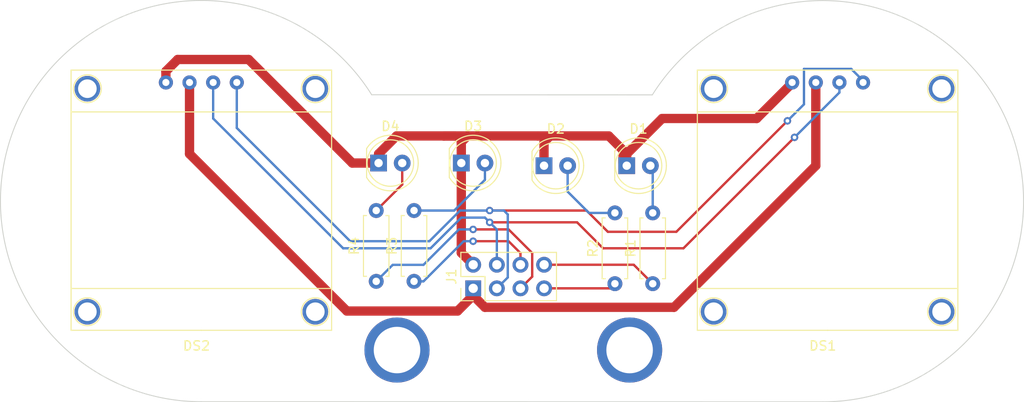
<source format=kicad_pcb>
(kicad_pcb (version 20211014) (generator pcbnew)
  (layers (0 "F.Cu" signal) (31 "B.Cu" signal) (34 "B.Paste" user) (35 "F.Paste" user) (36 "B.SilkS" user "B.Silkscreen") (37 "F.SilkS" user "F.Silkscreen") (38 "B.Mask" user) (39 "F.Mask" user) (44 "Edge.Cuts" user))
  (net 0 "")
  (net 1 "GND")
  (net 2 "+5V")
  (net 3 "SCL")
  (net 4 "SDA")
  (net 5 "Net-(D1-Pad2)")
  (net 6 "Net-(D2-Pad2)")
  (net 7 "Net-(D3-Pad2)")
  (net 8 "Net-(D4-Pad2)")
  (net 9 "Net-(J1-Pad5)")
  (net 10 "Net-(J1-Pad6)")
  (net 11 "Net-(J1-Pad7)")
  (net 12 "Net-(J1-Pad8)")
  (footprint "Resistor_THT:R_Axial_DIN0207_L6.3mm_D2.5mm_P7.62mm_Horizontal" (layer "F.Cu") (at 36.83 22.606 90)
    (fp_text reference "R3" (at 3.81 -2.37 90) (layer "F.SilkS"))
    (fp_text value "470")
    (fp_line (start 7.08 1.37) (end 7.08 1.04) (layer "F.SilkS") (width 0.12))
    (fp_line (start 0.54 1.37) (end 7.08 1.37) (layer "F.SilkS") (width 0.12))
    (fp_line (start 7.08 -1.37) (end 7.08 -1.04) (layer "F.SilkS") (width 0.12))
    (fp_line (start 0.54 -1.04) (end 0.54 -1.37) (layer "F.SilkS") (width 0.12))
    (fp_line (start 0.54 -1.37) (end 7.08 -1.37) (layer "F.SilkS") (width 0.12))
    (fp_line (start 0.54 1.04) (end 0.54 1.37) (layer "F.SilkS") (width 0.12))
    (pad "1" thru_hole circle (at 0 0 90) (size 1.6 1.6) (drill 0.8) (layers *.Cu *.Mask) (net 10 "Net-(J1-Pad6)"))
    (pad "2" thru_hole oval (at 7.62 0 90) (size 1.6 1.6) (drill 0.8) (layers *.Cu *.Mask) (net 7 "Net-(D3-Pad2)"))
  )
  (footprint "LED_THT:LED_D5.0mm" (layer "F.Cu") (at 41.91 9.875)
    (fp_text reference "D3" (at 1.27 -3.96) (layer "F.SilkS"))
    (fp_text value "LED")
    (fp_line (start -1.29 -1.545) (end -1.29 1.545) (layer "F.SilkS") (width 0.12))
    (fp_arc (start 4.26 -0.000462) (mid 2.072002 2.880433) (end -1.29 1.54483) (layer "F.SilkS") (width 0.12))
    (fp_arc (start -1.29 -1.54483) (mid 2.072002 -2.880433) (end 4.26 0.000462) (layer "F.SilkS") (width 0.12))
    (fp_circle (center 1.27 0) (end 3.77 0) (layer "F.SilkS") (width 0.12) (fill none))
    (pad "1" thru_hole rect (at 0 0) (size 1.8 1.8) (drill 0.9) (layers *.Cu *.Mask) (net 1 "GND"))
    (pad "2" thru_hole circle (at 2.54 0) (size 1.8 1.8) (drill 0.9) (layers *.Cu *.Mask) (net 7 "Net-(D3-Pad2)"))
  )
  (footprint "LED_THT:LED_D5.0mm" (layer "F.Cu") (at 59.69 10.16)
    (fp_text reference "D1" (at 1.27 -3.96) (layer "F.SilkS"))
    (fp_text value "LED")
    (fp_line (start -1.29 -1.545) (end -1.29 1.545) (layer "F.SilkS") (width 0.12))
    (fp_arc (start 4.26 -0.000462) (mid 2.072002 2.880433) (end -1.29 1.54483) (layer "F.SilkS") (width 0.12))
    (fp_arc (start -1.29 -1.54483) (mid 2.072002 -2.880433) (end 4.26 0.000462) (layer "F.SilkS") (width 0.12))
    (fp_circle (center 1.27 0) (end 3.77 0) (layer "F.SilkS") (width 0.12) (fill none))
    (pad "1" thru_hole rect (at 0 0) (size 1.8 1.8) (drill 0.9) (layers *.Cu *.Mask) (net 1 "GND"))
    (pad "2" thru_hole circle (at 2.54 0) (size 1.8 1.8) (drill 0.9) (layers *.Cu *.Mask) (net 5 "Net-(D1-Pad2)"))
  )
  (footprint "Connector_PinHeader_2.54mm:PinHeader_2x04_P2.54mm_Vertical" (layer "F.Cu") (at 43.19 23.36 90)
    (fp_text reference "J1" (at 1.27 -2.33 90) (layer "F.SilkS"))
    (fp_text value "Conn_02x04_Counter_Clockwise")
    (fp_line (start 1.27 -1.33) (end 3.87 -1.33) (layer "F.SilkS") (width 0.12))
    (fp_line (start 1.27 1.27) (end 1.27 -1.33) (layer "F.SilkS") (width 0.12))
    (fp_line (start -1.33 1.27) (end -1.33 8.95) (layer "F.SilkS") (width 0.12))
    (fp_line (start -1.33 8.95) (end 3.87 8.95) (layer "F.SilkS") (width 0.12))
    (fp_line (start -1.33 -1.33) (end 0 -1.33) (layer "F.SilkS") (width 0.12))
    (fp_line (start 3.87 -1.33) (end 3.87 8.95) (layer "F.SilkS") (width 0.12))
    (fp_line (start -1.33 0) (end -1.33 -1.33) (layer "F.SilkS") (width 0.12))
    (fp_line (start -1.33 1.27) (end 1.27 1.27) (layer "F.SilkS") (width 0.12))
    (pad "1" thru_hole rect (at 0 0 90) (size 1.7 1.7) (drill 1) (layers *.Cu *.Mask) (net 2 "+5V"))
    (pad "2" thru_hole oval (at 2.54 0 90) (size 1.7 1.7) (drill 1) (layers *.Cu *.Mask) (net 1 "GND"))
    (pad "3" thru_hole oval (at 0 2.54 90) (size 1.7 1.7) (drill 1) (layers *.Cu *.Mask) (net 4 "SDA"))
    (pad "4" thru_hole oval (at 2.54 2.54 90) (size 1.7 1.7) (drill 1) (layers *.Cu *.Mask) (net 3 "SCL"))
    (pad "5" thru_hole oval (at 0 5.08 90) (size 1.7 1.7) (drill 1) (layers *.Cu *.Mask) (net 9 "Net-(J1-Pad5)"))
    (pad "6" thru_hole oval (at 2.54 5.08 90) (size 1.7 1.7) (drill 1) (layers *.Cu *.Mask) (net 10 "Net-(J1-Pad6)"))
    (pad "7" thru_hole oval (at 0 7.62 90) (size 1.7 1.7) (drill 1) (layers *.Cu *.Mask) (net 11 "Net-(J1-Pad7)"))
    (pad "8" thru_hole oval (at 2.54 7.62 90) (size 1.7 1.7) (drill 1) (layers *.Cu *.Mask) (net 12 "Net-(J1-Pad8)"))
  )
  (footprint "Resistor_THT:R_Axial_DIN0207_L6.3mm_D2.5mm_P7.62mm_Horizontal" (layer "F.Cu") (at 62.484 22.86 90)
    (fp_text reference "R1" (at 3.81 -2.37 90) (layer "F.SilkS"))
    (fp_text value "470")
    (fp_line (start 0.54 -1.04) (end 0.54 -1.37) (layer "F.SilkS") (width 0.12))
    (fp_line (start 7.08 -1.37) (end 7.08 -1.04) (layer "F.SilkS") (width 0.12))
    (fp_line (start 7.08 1.37) (end 7.08 1.04) (layer "F.SilkS") (width 0.12))
    (fp_line (start 0.54 1.37) (end 7.08 1.37) (layer "F.SilkS") (width 0.12))
    (fp_line (start 0.54 1.04) (end 0.54 1.37) (layer "F.SilkS") (width 0.12))
    (fp_line (start 0.54 -1.37) (end 7.08 -1.37) (layer "F.SilkS") (width 0.12))
    (pad "1" thru_hole circle (at 0 0 90) (size 1.6 1.6) (drill 0.8) (layers *.Cu *.Mask) (net 12 "Net-(J1-Pad8)"))
    (pad "2" thru_hole oval (at 7.62 0 90) (size 1.6 1.6) (drill 0.8) (layers *.Cu *.Mask) (net 5 "Net-(D1-Pad2)"))
  )
  (footprint "LED_THT:LED_D5.0mm" (layer "F.Cu") (at 50.8 10.16)
    (fp_text reference "D2" (at 1.27 -3.96) (layer "F.SilkS"))
    (fp_text value "LED")
    (fp_line (start -1.29 -1.545) (end -1.29 1.545) (layer "F.SilkS") (width 0.12))
    (fp_arc (start -1.29 -1.54483) (mid 2.072002 -2.880433) (end 4.26 0.000462) (layer "F.SilkS") (width 0.12))
    (fp_arc (start 4.26 -0.000462) (mid 2.072002 2.880433) (end -1.29 1.54483) (layer "F.SilkS") (width 0.12))
    (fp_circle (center 1.27 0) (end 3.77 0) (layer "F.SilkS") (width 0.12) (fill none))
    (pad "1" thru_hole rect (at 0 0) (size 1.8 1.8) (drill 0.9) (layers *.Cu *.Mask) (net 1 "GND"))
    (pad "2" thru_hole circle (at 2.54 0) (size 1.8 1.8) (drill 0.9) (layers *.Cu *.Mask) (net 6 "Net-(D2-Pad2)"))
  )
  (footprint "Display:OLED__module_128x64" (layer "F.Cu") (at 13.97 27.875)
    (fp_text reference "DS2" (at -0.52 1.67 180) (layer "F.SilkS"))
    (fp_text value "OLED_module_128x64-Display_Graphic")
    (fp_line (start 0 0) (end -14 0) (layer "F.SilkS") (width 0.12))
    (fp_line (start -14 -23.5) (end 14 -23.5) (layer "F.SilkS") (width 0.12))
    (fp_line (start 14 -28) (end 14 0) (layer "F.SilkS") (width 0.12))
    (fp_line (start 14 0) (end 0 0) (layer "F.SilkS") (width 0.12))
    (fp_line (start -14 0) (end -14 -28) (layer "F.SilkS") (width 0.12))
    (fp_line (start 14 -4.5) (end -14 -4.5) (layer "F.SilkS") (width 0.12))
    (fp_line (start -14 -28) (end 14 -28) (layer "F.SilkS") (width 0.12))
    (fp_circle (center -12.25 -2) (end -10.75 -2) (layer "F.SilkS") (width 0.12) (fill none))
    (fp_circle (center 12.25 -2) (end 13.75 -2) (layer "F.SilkS") (width 0.12) (fill none))
    (fp_circle (center 12.25 -26) (end 13.75 -26) (layer "F.SilkS") (width 0.12) (fill none))
    (fp_circle (center -12.25 -26) (end -10.75 -26) (layer "F.SilkS") (width 0.12) (fill none))
    (pad "" thru_hole circle (at -12.25 -2) (size 2.75 2.75) (drill 2) (layers *.Cu *.Mask))
    (pad "" thru_hole circle (at 12.25 -26) (size 2.75 2.75) (drill 2) (layers *.Cu *.Mask))
    (pad "" thru_hole circle (at 12.25 -2) (size 2.75 2.75) (drill 2) (layers *.Cu *.Mask))
    (pad "" thru_hole circle (at -12.25 -26) (size 2.75 2.75) (drill 2) (layers *.Cu *.Mask))
    (pad "1" thru_hole circle (at -3.81 -26.67) (size 1.524 1.524) (drill 0.762) (layers *.Cu *.Mask) (net 1 "GND"))
    (pad "2" thru_hole circle (at -1.27 -26.67) (size 1.524 1.524) (drill 0.762) (layers *.Cu *.Mask) (net 2 "+5V"))
    (pad "3" thru_hole circle (at 1.27 -26.67) (size 1.524 1.524) (drill 0.762) (layers *.Cu *.Mask) (net 3 "SCL"))
    (pad "4" thru_hole circle (at 3.81 -26.67) (size 1.524 1.524) (drill 0.762) (layers *.Cu *.Mask) (net 4 "SDA"))
  )
  (footprint "Resistor_THT:R_Axial_DIN0207_L6.3mm_D2.5mm_P7.62mm_Horizontal" (layer "F.Cu") (at 32.766 22.606 90)
    (fp_text reference "R4" (at 3.81 -2.37 90) (layer "F.SilkS"))
    (fp_text value "470")
    (fp_line (start 7.08 -1.37) (end 7.08 -1.04) (layer "F.SilkS") (width 0.12))
    (fp_line (start 7.08 1.37) (end 7.08 1.04) (layer "F.SilkS") (width 0.12))
    (fp_line (start 0.54 -1.37) (end 7.08 -1.37) (layer "F.SilkS") (width 0.12))
    (fp_line (start 0.54 1.37) (end 7.08 1.37) (layer "F.SilkS") (width 0.12))
    (fp_line (start 0.54 1.04) (end 0.54 1.37) (layer "F.SilkS") (width 0.12))
    (fp_line (start 0.54 -1.04) (end 0.54 -1.37) (layer "F.SilkS") (width 0.12))
    (pad "1" thru_hole circle (at 0 0 90) (size 1.6 1.6) (drill 0.8) (layers *.Cu *.Mask) (net 9 "Net-(J1-Pad5)"))
    (pad "2" thru_hole oval (at 7.62 0 90) (size 1.6 1.6) (drill 0.8) (layers *.Cu *.Mask) (net 8 "Net-(D4-Pad2)"))
  )
  (footprint "Resistor_THT:R_Axial_DIN0207_L6.3mm_D2.5mm_P7.62mm_Horizontal" (layer "F.Cu") (at 58.42 22.86 90)
    (fp_text reference "R2" (at 3.81 -2.37 90) (layer "F.SilkS"))
    (fp_text value "470")
    (fp_line (start 7.08 1.37) (end 7.08 1.04) (layer "F.SilkS") (width 0.12))
    (fp_line (start 0.54 1.37) (end 7.08 1.37) (layer "F.SilkS") (width 0.12))
    (fp_line (start 0.54 -1.04) (end 0.54 -1.37) (layer "F.SilkS") (width 0.12))
    (fp_line (start 7.08 -1.37) (end 7.08 -1.04) (layer "F.SilkS") (width 0.12))
    (fp_line (start 0.54 1.04) (end 0.54 1.37) (layer "F.SilkS") (width 0.12))
    (fp_line (start 0.54 -1.37) (end 7.08 -1.37) (layer "F.SilkS") (width 0.12))
    (pad "1" thru_hole circle (at 0 0 90) (size 1.6 1.6) (drill 0.8) (layers *.Cu *.Mask) (net 11 "Net-(J1-Pad7)"))
    (pad "2" thru_hole oval (at 7.62 0 90) (size 1.6 1.6) (drill 0.8) (layers *.Cu *.Mask) (net 6 "Net-(D2-Pad2)"))
  )
  (footprint "Display:OLED__module_128x64" (layer "F.Cu") (at 81.28 27.875)
    (fp_text reference "DS1" (at -0.52 1.67 180) (layer "F.SilkS"))
    (fp_text value "OLED_module_128x64-Display_Graphic")
    (fp_line (start 0 0) (end -14 0) (layer "F.SilkS") (width 0.12))
    (fp_line (start 14 -28) (end 14 0) (layer "F.SilkS") (width 0.12))
    (fp_line (start -14 -28) (end 14 -28) (layer "F.SilkS") (width 0.12))
    (fp_line (start -14 -23.5) (end 14 -23.5) (layer "F.SilkS") (width 0.12))
    (fp_line (start 14 -4.5) (end -14 -4.5) (layer "F.SilkS") (width 0.12))
    (fp_line (start 14 0) (end 0 0) (layer "F.SilkS") (width 0.12))
    (fp_line (start -14 0) (end -14 -28) (layer "F.SilkS") (width 0.12))
    (fp_circle (center 12.25 -26) (end 13.75 -26) (layer "F.SilkS") (width 0.12) (fill none))
    (fp_circle (center -12.25 -2) (end -10.75 -2) (layer "F.SilkS") (width 0.12) (fill none))
    (fp_circle (center 12.25 -2) (end 13.75 -2) (layer "F.SilkS") (width 0.12) (fill none))
    (fp_circle (center -12.25 -26) (end -10.75 -26) (layer "F.SilkS") (width 0.12) (fill none))
    (pad "" thru_hole circle (at -12.25 -26) (size 2.75 2.75) (drill 2) (layers *.Cu *.Mask))
    (pad "" thru_hole circle (at 12.25 -26) (size 2.75 2.75) (drill 2) (layers *.Cu *.Mask))
    (pad "" thru_hole circle (at 12.25 -2) (size 2.75 2.75) (drill 2) (layers *.Cu *.Mask))
    (pad "" thru_hole circle (at -12.25 -2) (size 2.75 2.75) (drill 2) (layers *.Cu *.Mask))
    (pad "1" thru_hole circle (at -3.81 -26.67) (size 1.524 1.524) (drill 0.762) (layers *.Cu *.Mask) (net 1 "GND"))
    (pad "2" thru_hole circle (at -1.27 -26.67) (size 1.524 1.524) (drill 0.762) (layers *.Cu *.Mask) (net 2 "+5V"))
    (pad "3" thru_hole circle (at 1.27 -26.67) (size 1.524 1.524) (drill 0.762) (layers *.Cu *.Mask) (net 3 "SCL"))
    (pad "4" thru_hole circle (at 3.81 -26.67) (size 1.524 1.524) (drill 0.762) (layers *.Cu *.Mask) (net 4 "SDA"))
  )
  (footprint "LED_THT:LED_D5.0mm" (layer "F.Cu") (at 33.02 9.875)
    (fp_text reference "D4" (at 1.27 -3.96) (layer "F.SilkS"))
    (fp_text value "LED")
    (fp_line (start -1.29 -1.545) (end -1.29 1.545) (layer "F.SilkS") (width 0.12))
    (fp_arc (start 4.26 -0.000462) (mid 2.072002 2.880433) (end -1.29 1.54483) (layer "F.SilkS") (width 0.12))
    (fp_arc (start -1.29 -1.54483) (mid 2.072002 -2.880433) (end 4.26 0.000462) (layer "F.SilkS") (width 0.12))
    (fp_circle (center 1.27 0) (end 3.77 0) (layer "F.SilkS") (width 0.12) (fill none))
    (pad "1" thru_hole rect (at 0 0) (size 1.8 1.8) (drill 0.9) (layers *.Cu *.Mask) (net 1 "GND"))
    (pad "2" thru_hole circle (at 2.54 0) (size 1.8 1.8) (drill 0.9) (layers *.Cu *.Mask) (net 8 "Net-(D4-Pad2)"))
  )
  (gr_arc (start 13.97 35.56) (mid -4.913531 3.503847) (end 32.278283 2.527323) (layer "Edge.Cuts") (width 0.1))
  (gr_line (start 32.278283 2.527323) (end 62.443434 2.54) (layer "Edge.Cuts") (width 0.1))
  (gr_line (start 13.97 35.56) (end 80.751717 35.572677) (layer "Edge.Cuts") (width 0.1))
  (gr_arc (start 62.443434 2.54) (mid 99.635248 3.516525) (end 80.751717 35.572677) (layer "Edge.Cuts") (width 0.1))
  (via (at 35 30) (size 7) (drill 5) (layers "F.Cu" "B.Cu") (net 0))
  (via (at 60 30) (size 7) (drill 5) (layers "F.Cu" "B.Cu") (net 0))
  (segment (start 41.91 19.54) (end 41.91 9.875) (width 1) (layer "F.Cu") (net 1))
  (segment (start 34.95 6.96) (end 33.02 8.89) (width 1) (layer "F.Cu") (net 1))
  (segment (start 10.16 0) (end 10.16 1.27) (width 1) (layer "F.Cu") (net 1))
  (segment (start 59.69 8.89) (end 59.69 10.16) (width 1) (layer "F.Cu") (net 1))
  (segment (start 41.3 6.96) (end 40.03 6.96) (width 1) (layer "F.Cu") (net 1))
  (segment (start 30.195 9.875) (end 19.05 -1.27) (width 1) (layer "F.Cu") (net 1))
  (segment (start 41.25 6.96) (end 42.57 6.96) (width 1) (layer "F.Cu") (net 1))
  (segment (start 19.05 -1.27) (end 11.43 -1.27) (width 1) (layer "F.Cu") (net 1))
  (segment (start 59.3 9.875) (end 59.3 9.28) (width 1) (layer "F.Cu") (net 1))
  (segment (start 59.3 8.5) (end 57.76 6.96) (width 1) (layer "F.Cu") (net 1))
  (segment (start 33.02 9.875) (end 30.195 9.875) (width 1) (layer "F.Cu") (net 1))
  (segment (start 43.19 20.82) (end 41.91 19.54) (width 1) (layer "F.Cu") (net 1))
  (segment (start 42.57 6.96) (end 50.14 6.96) (width 1) (layer "F.Cu") (net 1))
  (segment (start 50.8 7.62) (end 51.46 6.96) (width 1) (layer "F.Cu") (net 1))
  (segment (start 11.43 -1.27) (end 10.16 0) (width 1) (layer "F.Cu") (net 1))
  (segment (start 50.8 10.16) (end 50.8 7.62) (width 1) (layer "F.Cu") (net 1))
  (segment (start 41.91 7.62) (end 42.57 6.96) (width 1) (layer "F.Cu") (net 1))
  (segment (start 40.03 6.96) (end 41.25 6.96) (width 1) (layer "F.Cu") (net 1))
  (segment (start 51.46 6.96) (end 57.76 6.96) (width 1) (layer "F.Cu") (net 1))
  (segment (start 73.66 5.08) (end 77.47 1.27) (width 1) (layer "F.Cu") (net 1))
  (segment (start 50.14 6.96) (end 51.46 6.96) (width 1) (layer "F.Cu") (net 1))
  (segment (start 59.3 9.28) (end 63.5 5.08) (width 1) (layer "F.Cu") (net 1))
  (segment (start 40.03 6.96) (end 34.95 6.96) (width 1) (layer "F.Cu") (net 1))
  (segment (start 59.3 9.875) (end 59.3 8.5) (width 1) (layer "F.Cu") (net 1))
  (segment (start 41.91 9.875) (end 41.91 7.62) (width 1) (layer "F.Cu") (net 1))
  (segment (start 33.02 8.89) (end 33.02 10.16) (width 1) (layer "F.Cu") (net 1))
  (segment (start 63.5 5.08) (end 73.66 5.08) (width 1) (layer "F.Cu") (net 1))
  (segment (start 43.19 24.12) (end 41.509511 25.800489) (width 1) (layer "F.Cu") (net 2))
  (segment (start 43.19 23.36) (end 43.19 24.14) (width 1) (layer "F.Cu") (net 2))
  (segment (start 29.610489 25.800489) (end 12.7 8.89) (width 1) (layer "F.Cu") (net 2))
  (segment (start 12.7 8.89) (end 12.7 1.27) (width 1) (layer "F.Cu") (net 2))
  (segment (start 64.77 25.4) (end 80.01 10.16) (width 1) (layer "F.Cu") (net 2))
  (segment (start 43.19 23.36) (end 43.19 24.12) (width 1) (layer "F.Cu") (net 2))
  (segment (start 43.19 24.14) (end 44.45 25.4) (width 1) (layer "F.Cu") (net 2))
  (segment (start 80.01 10.16) (end 80.01 1.27) (width 1) (layer "F.Cu") (net 2))
  (segment (start 41.509511 25.800489) (end 29.610489 25.800489) (width 1) (layer "F.Cu") (net 2))
  (segment (start 44.45 25.4) (end 64.77 25.4) (width 1) (layer "F.Cu") (net 2))
  (segment (start 57.15 19.05) (end 65.786 19.05) (width 0.25) (layer "F.Cu") (net 3))
  (segment (start 44.958 16.256) (end 54.356 16.256) (width 0.25) (layer "F.Cu") (net 3))
  (segment (start 54.356 16.256) (end 57.15 19.05) (width 0.25) (layer "F.Cu") (net 3))
  (segment (start 65.786 19.05) (end 71.882 12.954) (width 0.25) (layer "F.Cu") (net 3))
  (segment (start 71.882 12.954) (end 77.724 7.112) (width 0.25) (layer "F.Cu") (net 3))
  (via (at 77.724 7.112) (size 0.8) (drill 0.4) (layers "F.Cu" "B.Cu") (net 3))
  (via (at 44.958 16.256) (size 0.8) (drill 0.4) (layers "F.Cu" "B.Cu") (net 3))
  (segment (start 29.21 19.05) (end 38.608 19.05) (width 0.25) (layer "B.Cu") (net 3))
  (segment (start 45.73 17.028) (end 45.73 20.82) (width 0.25) (layer "B.Cu") (net 3))
  (segment (start 44.45 15.748) (end 44.958 16.256) (width 0.25) (layer "B.Cu") (net 3))
  (segment (start 15.24 5.08) (end 29.21 19.05) (width 0.25) (layer "B.Cu") (net 3))
  (segment (start 38.608 19.05) (end 41.91 15.748) (width 0.25) (layer "B.Cu") (net 3))
  (segment (start 77.724 7.112) (end 82.55 2.286) (width 0.25) (layer "B.Cu") (net 3))
  (segment (start 82.55 2.286) (end 82.55 1.27) (width 0.25) (layer "B.Cu") (net 3))
  (segment (start 44.958 16.256) (end 45.73 17.028) (width 0.25) (layer "B.Cu") (net 3))
  (segment (start 41.91 15.748) (end 44.45 15.748) (width 0.25) (layer "B.Cu") (net 3))
  (segment (start 15.24 1.27) (end 15.24 5.08) (width 0.25) (layer "B.Cu") (net 3))
  (segment (start 44.958 14.986) (end 55.372 14.986) (width 0.25) (layer "F.Cu") (net 4))
  (segment (start 55.372 14.986) (end 57.658 17.272) (width 0.25) (layer "F.Cu") (net 4))
  (segment (start 57.658 17.272) (end 65.024 17.272) (width 0.25) (layer "F.Cu") (net 4))
  (segment (start 65.024 17.272) (end 76.962 5.334) (width 0.25) (layer "F.Cu") (net 4))
  (via (at 44.958 14.986) (size 0.8) (drill 0.4) (layers "F.Cu" "B.Cu") (net 4))
  (via (at 76.962 5.334) (size 0.8) (drill 0.4) (layers "F.Cu" "B.Cu") (net 4))
  (segment (start 45.73 23.36) (end 46.904511 22.185489) (width 0.25) (layer "B.Cu") (net 4))
  (segment (start 78.74 -0.254) (end 83.82 -0.254) (width 0.25) (layer "B.Cu") (net 4))
  (segment (start 38.481718 18.288) (end 29.972 18.288) (width 0.25) (layer "B.Cu") (net 4))
  (segment (start 46.482 14.986) (end 44.958 14.986) (width 0.25) (layer "B.Cu") (net 4))
  (segment (start 46.904511 22.185489) (end 46.904511 15.408511) (width 0.25) (layer "B.Cu") (net 4))
  (segment (start 17.78 6.096) (end 17.78 1.27) (width 0.25) (layer "B.Cu") (net 4))
  (segment (start 29.972 18.288) (end 17.78 6.096) (width 0.25) (layer "B.Cu") (net 4))
  (segment (start 41.783718 14.986) (end 38.481718 18.288) (width 0.25) (layer "B.Cu") (net 4))
  (segment (start 78.74 3.556) (end 78.74 -0.254) (width 0.25) (layer "B.Cu") (net 4))
  (segment (start 76.962 5.334) (end 78.74 3.556) (width 0.25) (layer "B.Cu") (net 4))
  (segment (start 44.958 14.986) (end 41.783718 14.986) (width 0.25) (layer "B.Cu") (net 4))
  (segment (start 85.09 1.016) (end 85.09 1.27) (width 0.25) (layer "B.Cu") (net 4))
  (segment (start 46.904511 15.408511) (end 46.482 14.986) (width 0.25) (layer "B.Cu") (net 4))
  (segment (start 83.82 -0.254) (end 85.09 1.016) (width 0.25) (layer "B.Cu") (net 4))
  (segment (start 62.484 10.414) (end 62.23 10.16) (width 0.25) (layer "B.Cu") (net 5))
  (segment (start 62.484 15.24) (end 62.484 10.414) (width 0.25) (layer "B.Cu") (net 5))
  (segment (start 53.34 12.954) (end 53.34 10.16) (width 0.25) (layer "B.Cu") (net 6))
  (segment (start 55.626 15.24) (end 53.34 12.954) (width 0.25) (layer "B.Cu") (net 6))
  (segment (start 58.42 15.24) (end 55.626 15.24) (width 0.25) (layer "B.Cu") (net 6))
  (segment (start 36.83 14.986) (end 41.148 14.986) (width 0.25) (layer "B.Cu") (net 7))
  (segment (start 44.45 11.684) (end 44.45 9.906) (width 0.25) (layer "B.Cu") (net 7))
  (segment (start 41.148 14.986) (end 44.45 11.684) (width 0.25) (layer "B.Cu") (net 7))
  (segment (start 35.56 12.192) (end 35.56 9.906) (width 0.25) (layer "F.Cu") (net 8))
  (segment (start 32.766 14.986) (end 35.56 12.192) (width 0.25) (layer "F.Cu") (net 8))
  (segment (start 49.53 22.1) (end 49.53 19.558) (width 0.25) (layer "F.Cu") (net 9))
  (segment (start 48.27 23.36) (end 49.53 22.1) (width 0.25) (layer "F.Cu") (net 9))
  (segment (start 46.99 17.018) (end 43.18 17.018) (width 0.25) (layer "F.Cu") (net 9))
  (segment (start 49.53 19.558) (end 46.99 17.018) (width 0.25) (layer "F.Cu") (net 9))
  (via (at 43.18 17.018) (size 0.8) (drill 0.4) (layers "F.Cu" "B.Cu") (net 9))
  (segment (start 43.18 17.018) (end 41.656 17.018) (width 0.25) (layer "B.Cu") (net 9))
  (segment (start 41.656 17.018) (end 37.846 20.828) (width 0.25) (layer "B.Cu") (net 9))
  (segment (start 34.544 20.828) (end 32.766 22.606) (width 0.25) (layer "B.Cu") (net 9))
  (segment (start 37.846 20.828) (end 34.544 20.828) (width 0.25) (layer "B.Cu") (net 9))
  (segment (start 46.99 18.288) (end 43.18 18.288) (width 0.25) (layer "F.Cu") (net 10))
  (segment (start 48.27 19.568) (end 46.99 18.288) (width 0.25) (layer "F.Cu") (net 10))
  (segment (start 48.27 20.82) (end 48.27 19.568) (width 0.25) (layer "F.Cu") (net 10))
  (via (at 43.18 18.288) (size 0.8) (drill 0.4) (layers "F.Cu" "B.Cu") (net 10))
  (segment (start 37.846 22.606) (end 36.83 22.606) (width 0.25) (layer "B.Cu") (net 10))
  (segment (start 42.164 18.288) (end 37.846 22.606) (width 0.25) (layer "B.Cu") (net 10))
  (segment (start 43.18 18.288) (end 42.164 18.288) (width 0.25) (layer "B.Cu") (net 10))
  (segment (start 57.92 23.36) (end 58.42 22.86) (width 0.25) (layer "F.Cu") (net 11))
  (segment (start 50.81 23.36) (end 57.92 23.36) (width 0.25) (layer "F.Cu") (net 11))
  (segment (start 50.81 23.36) (end 50.81 23.378) (width 0.25) (layer "F.Cu") (net 11))
  (segment (start 50.81 20.82) (end 60.444 20.82) (width 0.25) (layer "F.Cu") (net 12))
  (segment (start 60.444 20.82) (end 62.484 22.86) (width 0.25) (layer "F.Cu") (net 12))
)
</source>
